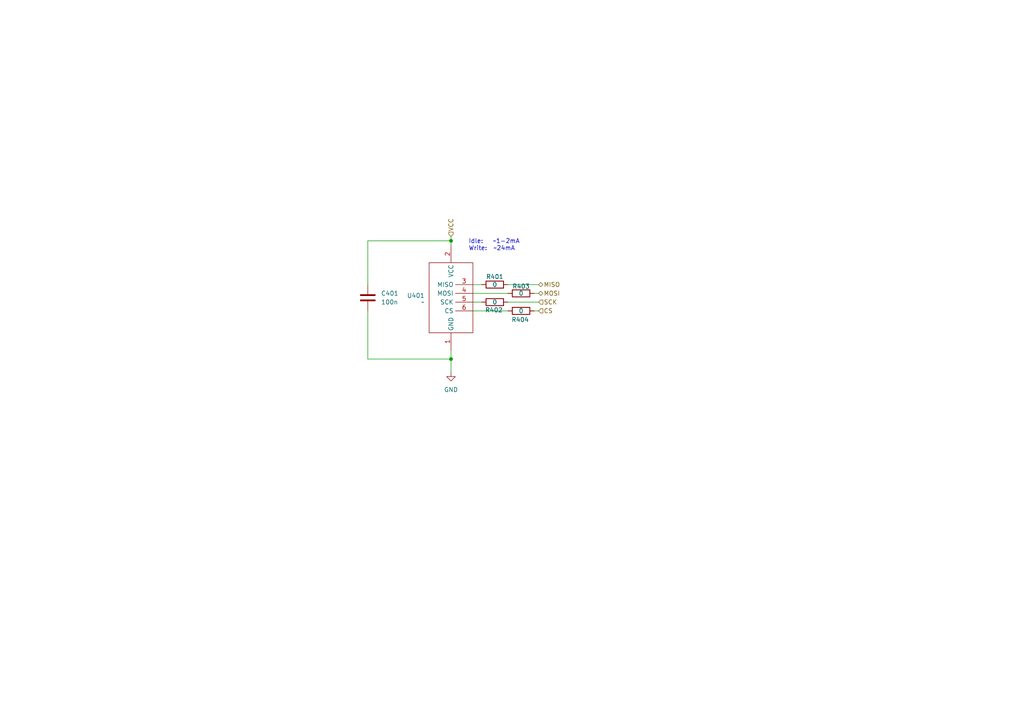
<source format=kicad_sch>
(kicad_sch (version 20231120) (generator "eeschema") (generator_version "8.0")
  (paper "A4")
  (title_block (title "Pouch 2") (date "2024-08-30") (company "Frankfurt University") (comment 2 "Author: Leon Schnieber"))
  (lib_symbols
    (symbol "Device:C" (pin_numbers hide) (pin_names (offset 0.254))
      (property "Reference" "C" (at 0.635 2.54 0))
      (property "Value" "C" (at 0.635 -2.54 0))
      (symbol "C_0_1"
        (polyline (pts (xy -2.032 -0.762) (xy 2.032 -0.762)) (stroke (width 0.508)))
        (polyline (pts (xy -2.032 0.762) (xy 2.032 0.762)) (stroke (width 0.508)))
      )
      (symbol "C_1_1"
        (pin passive line (at 0 3.81 270) (length 2.794) (name "~") (number "1"))
        (pin passive line (at 0 -3.81 90) (length 2.794) (name "~") (number "2"))
      )
    )
    (symbol "Device:R" (pin_numbers hide) (pin_names (offset 0))
      (property "Reference" "R" (at 2.032 0 90))
      (property "Value" "R" (at 0 0 90))
      (symbol "R_0_1"
        (rectangle (start -1.016 -2.54) (end 1.016 2.54) (stroke (width 0.254)))
      )
      (symbol "R_1_1"
        (pin passive line (at 0 3.81 270) (length 1.27) (name "~") (number "1"))
        (pin passive line (at 0 -3.81 90) (length 1.27) (name "~") (number "2"))
      )
    )
    (symbol "SensorBoards:DEBO_SD-Card"
      (property "Reference" "U" (at 0 0 0))
      (symbol "DEBO_SD-Card_0_1"
        (rectangle (start -7.62 21.59) (end 5.08 1.27))
      )
      (symbol "DEBO_SD-Card_1_1"
        (pin power_in line (at -1.27 -3.81 90) (length 5.08) (name "GND") (number "1"))
        (pin power_in line (at -1.27 26.67 270) (length 5.08) (name "VCC") (number "2"))
        (pin bidirectional line (at 5.08 15.24 180) (length 5.08) (name "MISO") (number "3"))
        (pin bidirectional line (at 5.08 12.7 180) (length 5.08) (name "MOSI") (number "4"))
        (pin input line (at 5.08 10.16 180) (length 5.08) (name "SCK") (number "5"))
        (pin input line (at 5.08 7.62 180) (length 5.08) (name "CS") (number "6"))
      )
    )
    (symbol "power:GND" (power) (pin_names (offset 0))
      (property "Value" "GND" (at 0 -3.81 0))
      (symbol "GND_0_1"
        (polyline (pts (xy 0 0) (xy 0 -1.27) (xy 1.27 -1.27) (xy 0 -2.54) (xy -1.27 -1.27) (xy 0 -1.27)))
      )
      (symbol "GND_1_1"
        (pin power_in line (at 0 0 270) (length 0) hide (name "GND") (number "1"))
      )
    )
  )
  (junction (at 130.81 104.14))
  (junction (at 130.81 69.85))
  (wire (pts (xy 130.81 69.85) (xy 130.81 71.12)))
  (wire (pts (xy 147.32 87.63) (xy 156.21 87.63)))
  (wire (pts (xy 154.94 85.09) (xy 156.21 85.09)))
  (wire (pts (xy 137.16 82.55) (xy 139.7 82.55)))
  (wire (pts (xy 106.68 82.55) (xy 106.68 69.85)))
  (wire (pts (xy 130.81 68.58) (xy 130.81 69.85)))
  (wire (pts (xy 147.32 82.55) (xy 156.21 82.55)))
  (wire (pts (xy 137.16 87.63) (xy 139.7 87.63)))
  (wire (pts (xy 137.16 90.17) (xy 147.32 90.17)))
  (wire (pts (xy 130.81 104.14) (xy 130.81 107.95)))
  (wire (pts (xy 106.68 104.14) (xy 130.81 104.14)))
  (wire (pts (xy 154.94 90.17) (xy 156.21 90.17)))
  (wire (pts (xy 106.68 90.17) (xy 106.68 104.14)))
  (wire (pts (xy 106.68 69.85) (xy 130.81 69.85)))
  (wire (pts (xy 137.16 85.09) (xy 147.32 85.09)))
  (wire (pts (xy 130.81 101.6) (xy 130.81 104.14)))
  (text "Idle:   ~1-2mA\nWrite:  ~24mA" (at 135.89 71.12 0) (effects (font (size 1.27 1.27)) (justify left)))
  (hierarchical_label "SCK" (shape input) (at 156.21 87.63 0))
  (hierarchical_label "VCC" (shape input) (at 130.81 68.58 90))
  (hierarchical_label "MISO" (shape bidirectional) (at 156.21 82.55 0))
  (hierarchical_label "MOSI" (shape bidirectional) (at 156.21 85.09 0))
  (hierarchical_label "CS" (shape input) (at 156.21 90.17 0))
  (symbol (lib_id "Device:R") (at 151.13 85.09 270) (unit 1)
    (property "Reference" "R403" (at 151.13 83.058 90))
    (property "Value" "0" (at 151.13 85.09 90))
    (property "Footprint" "Resistor_SMD:R_0805_2012Metric" (effects (hide yes)))
    (property "Description" "Resistor" (effects (hide yes)))
    (property "LCSC" "C17477" (effects (hide yes)))
    (property "MPN_Eurocircuit" "GPR08050R" (effects (hide yes)))
    (property "OrderStatus" "assembly" (effects (hide yes)))
  )
  (symbol (lib_id "Device:C") (at 106.68 86.36 0) (unit 1)
    (property "Reference" "C401" (at 110.49 85.0899 0) (effects (justify left)))
    (property "Value" "100n" (at 110.49 87.6299 0) (effects (justify left)))
    (property "Footprint" "Capacitor_SMD:C_0805_2012Metric" (effects (hide yes)))
    (property "Description" "Unpolarized capacitor" (effects (hide yes)))
  )
  (symbol (lib_id "Device:R") (at 151.13 90.17 270) (unit 1)
    (property "Reference" "R404" (at 150.876 92.71 90))
    (property "Value" "0" (at 151.13 90.17 90))
    (property "Footprint" "Resistor_SMD:R_0805_2012Metric" (effects (hide yes)))
    (property "Description" "Resistor" (effects (hide yes)))
    (property "LCSC" "C17477" (effects (hide yes)))
    (property "MPN_Eurocircuit" "GPR08050R" (effects (hide yes)))
    (property "OrderStatus" "assembly" (effects (hide yes)))
  )
  (symbol (lib_id "Device:R") (at 143.51 87.63 90) (unit 1)
    (property "Reference" "R402" (at 143.256 89.916 90))
    (property "Value" "0" (at 143.51 87.63 90))
    (property "Footprint" "Resistor_SMD:R_0805_2012Metric" (effects (hide yes)))
    (property "Description" "Resistor" (effects (hide yes)))
    (property "LCSC" "C17477" (effects (hide yes)))
    (property "MPN_Eurocircuit" "GPR08050R" (effects (hide yes)))
    (property "OrderStatus" "assembly" (effects (hide yes)))
  )
  (symbol (lib_id "SensorBoards:DEBO_SD-Card") (at 132.08 97.79 0) (unit 1)
    (property "Reference" "U401" (at 123.19 85.7249 0) (effects (justify right)))
    (property "Value" "~" (at 123.19 87.63 0) (effects (justify right)))
    (property "Footprint" "SensorBoards:DEBO_SD-Card" (effects (hide yes)))
    (property "OrderStatus" "manual" (effects (hide yes)))
  )
  (symbol (lib_id "power:GND") (at 130.81 107.95 0) (unit 1)
    (property "Reference" "#PWR0401" (effects (hide yes)))
    (property "Value" "GND" (at 130.81 113.03 0))
    (property "Description" "Power symbol creates a global label with name \"GND\" , ground" (effects (hide yes)))
  )
  (symbol (lib_id "Device:R") (at 143.51 82.55 90) (unit 1)
    (property "Reference" "R401" (at 143.51 80.264 90))
    (property "Value" "0" (at 143.51 82.55 90))
    (property "Footprint" "Resistor_SMD:R_0805_2012Metric" (effects (hide yes)))
    (property "Description" "Resistor" (effects (hide yes)))
    (property "LCSC" "C17477" (effects (hide yes)))
    (property "MPN_Eurocircuit" "GPR08050R" (effects (hide yes)))
    (property "OrderStatus" "assembly" (effects (hide yes)))
  )
)
</source>
